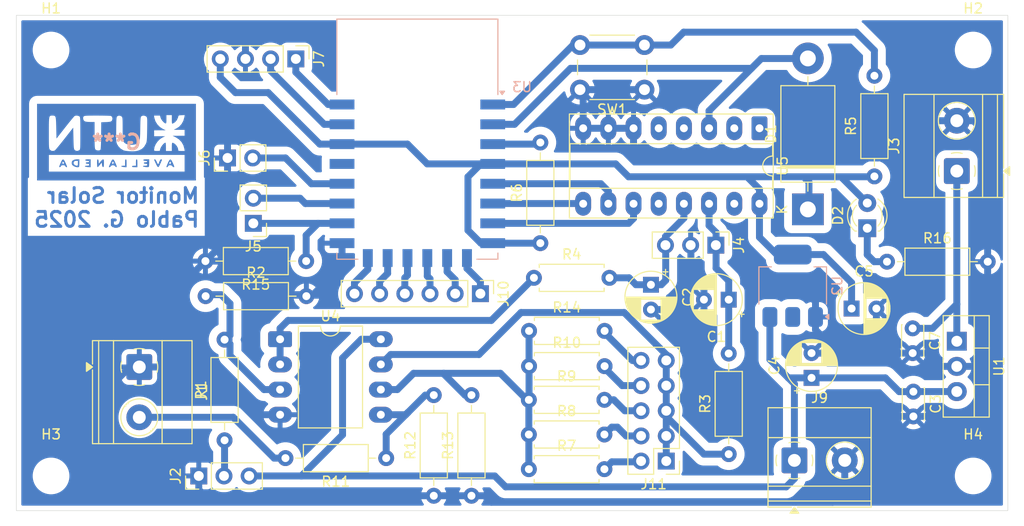
<source format=kicad_pcb>
(kicad_pcb (version 20241229) (generator "pcbnew") (generator_version "9.0")
  (layers (0 "F.Cu" signal) (2 "B.Cu" signal) (13 "F.Paste" user) (15 "B.Paste" user) (5 "F.SilkS" user "F.Silkscreen") (7 "B.SilkS" user "B.Silkscreen") (1 "F.Mask" user) (3 "B.Mask" user) (25 "Edge.Cuts" user))
  (net 0 "")
  (net 1 "Vamp2")
  (net 2 "GND")
  (net 3 "Vamp1")
  (net 4 "+5V")
  (net 5 "+3.3V")
  (net 6 "+BATT")
  (net 7 "ADC_IN")
  (net 8 "Vpanel")
  (net 9 "Vcurrent")
  (net 10 "GPIO2")
  (net 11 "GPIO15")
  (net 12 "Net-(J6-Pin_2)")
  (net 13 "RX")
  (net 14 "TX")
  (net 15 "Net-(U4A-+)")
  (net 16 "Net-(U4A--)")
  (net 17 "Net-(U3-~{RST})")
  (net 18 "Net-(U3-EN)")
  (net 19 "Vref_r1")
  (net 20 "Net-(U4B-+)")
  (net 21 "MUX_A")
  (net 22 "MUX_B")
  (net 24 "MUX_C")
  (net 31 "Net-(J11-Pin_1)")
  (net 32 "Net-(J11-Pin_10)")
  (net 33 "Net-(J11-Pin_8)")
  (net 34 "Net-(J11-Pin_4)")
  (net 35 "Net-(J11-Pin_2)")
  (net 36 "Net-(J11-Pin_6)")
  (net 37 "Net-(J10-Pin_3)")
  (net 38 "Net-(J10-Pin_6)")
  (net 39 "Net-(J10-Pin_5)")
  (net 40 "Net-(J10-Pin_4)")
  (net 41 "Net-(J10-Pin_2)")
  (net 42 "Net-(J10-Pin_1)")
  (net 43 "Net-(D2-K)")
  (footprint "Resistor_THT:R_Axial_DIN0207_L6.3mm_D2.5mm_P7.62mm_Horizontal" (layer "F.Cu") (at 71.708976 55.41678)
    (property "Reference" "R10")
    (property "Value" "920")
  )
  (footprint "Resistor_THT:R_Axial_DIN0207_L6.3mm_D2.5mm_P10.16mm_Horizontal" (layer "F.Cu") (at 39.09 48.35)
    (property "Reference" "R2")
    (property "Value" "33k")
  )
  (footprint "Resistor_THT:R_Axial_DIN0207_L6.3mm_D2.5mm_P7.62mm_Horizontal" (layer "F.Cu") (at 71.688976 58.81678)
    (property "Reference" "R9")
    (property "Value" "1.8k")
  )
  (footprint "Package_DIP:DIP-8_W10.16mm_LongPads" (layer "F.Cu") (at 46.6 52.7)
    (property "Reference" "U4")
    (property "Value" "LM358")
  )
  (footprint "MountingHole:MountingHole_3.2mm_M3" (layer "F.Cu") (at 23.5 66.5)
    (property "Reference" "H3")
    (property "Value" "MountingHole")
  )
  (footprint "Capacitor_THT:CP_Radial_D5.0mm_P2.50mm" (layer "F.Cu") (at 84 47.2 -90)
    (property "Reference" "C2")
    (property "Value" "1u")
  )
  (footprint "Resistor_THT:R_Axial_DIN0207_L6.3mm_D2.5mm_P7.62mm_Horizontal" (layer "F.Cu") (at 71.688976 62.31678)
    (property "Reference" "R8")
    (property "Value" "3.3k")
  )
  (footprint "Package_DIP:DIP-16_W7.62mm_Socket_LongPads" (layer "F.Cu") (at 94.947222 31.4 -90)
    (property "Reference" "U5")
    (property "Value" "4051")
  )
  (footprint "MountingHole:MountingHole_3.2mm_M3" (layer "F.Cu") (at 23.5 23.5)
    (property "Reference" "H1")
    (property "Value" "MountingHole")
  )
  (footprint "Resistor_THT:R_Axial_DIN0207_L6.3mm_D2.5mm_P10.16mm_Horizontal" (layer "F.Cu") (at 91.847222 64.3 90)
    (property "Reference" "R3")
    (property "Value" "4.7k")
  )
  (footprint "Connector_PinHeader_2.54mm:PinHeader_1x04_P2.54mm_Vertical" (layer "F.Cu") (at 48.187222 24.4 -90)
    (property "Reference" "J7")
    (property "Value" "PROGRAM")
  )
  (footprint "Resistor_THT:R_Axial_DIN0207_L6.3mm_D2.5mm_P10.16mm_Horizontal" (layer "F.Cu") (at 49.23 44.81 180)
    (property "Reference" "R15")
    (property "Value" "10k")
  )
  (footprint "Diode_THT:D_DO-201AD_P15.24mm_Horizontal" (layer "F.Cu") (at 99.83 39.59 90)
    (property "Reference" "D1")
    (property "Value" "1N5822")
  )
  (footprint "MountingHole:MountingHole_3.2mm_M3" (layer "F.Cu") (at 116.5 23.5)
    (property "Reference" "H2")
    (property "Value" "MountingHole")
  )
  (footprint "Connector_PinHeader_2.54mm:PinHeader_1x02_P2.54mm_Vertical" (layer "F.Cu") (at 43.9 41 180)
    (property "Reference" "J5")
    (property "Value" "JUMPER_PROG")
  )
  (footprint "Resistor_THT:R_Axial_DIN0207_L6.3mm_D2.5mm_P10.16mm_Horizontal" (layer "F.Cu") (at 72.847222 43 90)
    (property "Reference" "R6")
    (property "Value" "10k")
  )
  (footprint "Resistor_THT:R_Axial_DIN0207_L6.3mm_D2.5mm_P10.16mm_Horizontal" (layer "F.Cu") (at 107.81 44.87)
    (property "Reference" "R16")
    (property "Value" "470")
  )
  (footprint "Resistor_THT:R_Axial_DIN0207_L6.3mm_D2.5mm_P7.62mm_Horizontal" (layer "F.Cu") (at 71.708976 51.85678)
    (property "Reference" "R14")
    (property "Value" "100")
  )
  (footprint "Capacitor_THT:CP_Radial_D5.0mm_P2.50mm" (layer "F.Cu") (at 100.2 56.6 90)
    (property "Reference" "C4")
    (property "Value" "10u")
  )
  (footprint "Resistor_THT:R_Axial_DIN0207_L6.3mm_D2.5mm_P10.16mm_Horizontal" (layer "F.Cu") (at 62.1 68.5 90)
    (property "Reference" "R12")
    (property "Value" "2.2k")
  )
  (footprint "Package_TO_SOT_THT:TO-220-3_Vertical" (layer "F.Cu") (at 114.85 52.9 -90)
    (property "Reference" "U1")
    (property "Value" "LM7805_TO220")
  )
  (footprint "Connector_PinHeader_2.54mm:PinHeader_1x06_P2.54mm_Vertical" (layer "F.Cu") (at 66.8 48.1 -90)
    (property "Reference" "J10")
    (property "Value" "GPIO")
  )
  (footprint "Connector_PinHeader_2.54mm:PinHeader_1x03_P2.54mm_Vertical" (layer "F.Cu") (at 90.547222 43.2 -90)
    (property "Reference" "J4")
    (property "Value" "AMP_OUT")
  )
  (footprint "Resistor_THT:R_Axial_DIN0207_L6.3mm_D2.5mm_P10.16mm_Horizontal" (layer "F.Cu") (at 57.3 64.7 180)
    (property "Reference" "R11")
    (property "Value" "100k")
  )
  (footprint "TerminalBlock_Phoenix:TerminalBlock_Phoenix_MKDS-1,5-2-5.08_1x02_P5.08mm_Horizontal" (layer "F.Cu") (at 114.85 35.72 90)
    (property "Reference" "J3")
    (property "Value" "Battery")
  )
  (footprint "Capacitor_THT:CP_Radial_D5.0mm_P2.50mm" (layer "F.Cu") (at 104.24 49.6)
    (property "Reference" "C5")
    (property "Value" "10u")
  )
  (footprint "LED_THT:LED_D3.0mm" (layer "F.Cu") (at 105.82 41.49 90)
    (property "Reference" "D2")
    (property "Value" "LED G")
  )
  (footprint "Capacitor_THT:C_Disc_D3.0mm_W2.0mm_P2.50mm" (layer "F.Cu") (at 110.47 57.99 -90)
    (property "Reference" "C3")
    (property "Value" "0.1uF")
  )
  (footprint "Capacitor_THT:C_Disc_D3.0mm_W2.0mm_P2.50mm" (layer "F.Cu") (at 110.4 51.6 -90)
    (property "Reference" "C7")
    (property "Value" "0.1uF")
  )
  (footprint "Connector_PinHeader_2.54mm:PinHeader_2x05_P2.54mm_Vertical" (layer "F.Cu") (at 85.547222 65 180)
    (property "Reference" "J11")
    (property "Value" "Jumper")
  )
  (footprint "Connector_PinHeader_2.54mm:PinHeader_1x02_P2.54mm_Vertical" (layer "F.Cu") (at 41.3 34.4 90)
    (property "Reference" "J6")
    (property "Value" "JUMPER_PROG")
  )
  (footprint "Button_Switch_THT:SW_PUSH_6mm" (layer "F.Cu") (at 83.347222 27.5 180)
    (property "Reference" "SW1")
    (property "Value" "SW_Push")
  )
  (footprint "Resistor_THT:R_Axial_DIN0207_L6.3mm_D2.5mm_P7.62mm_Horizontal" (layer "F.Cu") (at 72.2 46.5)
    (property "Reference" "R4")
    (property "Value" "4.7k")
  )
  (footprint "Resistor_THT:R_Axial_DIN0207_L6.3mm_D2.5mm_P10.16mm_Horizontal" (layer "F.Cu") (at 41 62.9 90)
    (property "Reference" "R1")
    (property "Value" "22k")
  )
  (footprint "Resistor_THT:R_Axial_DIN0207_L6.3mm_D2.5mm_P10.16mm_Horizontal" (layer "F.Cu") (at 106.54 36.26 90)
    (property "Reference" "R5")
    (property "Value" "10k")
  )
  (footprint "TerminalBlock_Phoenix:TerminalBlock_Phoenix_MKDS-1,5-2-5.08_1x02_P5.08mm_Horizontal" (layer "F.Cu") (at 98.47 64.93)
    (property "Reference" "J9")
    (property "Value" "Reg 5V")
  )
  (footprint "TerminalBlock_Phoenix:TerminalBlock_Phoenix_MKDS-1,5-2-5.08_1x02_P5.08mm_Horizontal" (layer "F.Cu") (at 32.4 55.5 -90)
    (property "Reference" "J1")
    (property "Value" "Panel")
  )
  (footprint "MountingHole:MountingHole_3.2mm_M3" (layer "F.Cu") (at 116.5 66.5)
    (property "Reference" "H4")
    (property "Value" "MountingHole")
  )
  (footprint "Connector_PinHeader_2.54mm:PinHeader_1x03_P2.54mm_Vertical" (layer "F.Cu") (at 38.4 66.5 90)
    (property "Reference" "J2")
    (property "Value" "ACS712")
  )
  (footprint "Resistor_THT:R_Axial_DIN0207_L6.3mm_D2.5mm_P10.16mm_Horizontal" (layer "F.Cu") (at 65.9 68.5 90)
    (property "Reference" "R13")
    (property "Value" "1.5k")
  )
  (footprint "Capacitor_THT:CP_Radial_D5.0mm_P2.50mm" (layer "F.Cu") (at 91.847222 48.7 180)
    (property "Reference" "C1")
    (property "Value" "1u")
  )
  (footprint "Resistor_THT:R_Axial_DIN0207_L6.3mm_D2.5mm_P7.62mm_Horizontal" (layer "F.Cu") (at 71.688976 65.81678)
    (property "Reference" "R7")
    (property "Value" "8.2k")
  )
  (footprint "RF_Module:ESP-12E" (layer "B.Cu") (at 60.447222 32.5 180)
    (property "Reference" "U3")
    (property "Value" "ESP-12F")
  )
  (footprint "Package_TO_SOT_SMD:SOT-223-3_TabPin2" (layer "B.Cu") (at 98.3 47.3 90)
    (property "Reference" "U2")
    (property "Value" "AMS1117-3.3")
  )
  (footprint "LOGO" (layer "B.Cu") (at 30.1 32.8 180)
    (property "Reference" "G***")
    (property "Value" "LOGO" (hide yes))
  )
  (gr_rect (start 20 20) (end 120 70) (stroke (width 0.05)) (fill no) (layer "Edge.Cuts"))
  (gr_text "Monitor Solar\nPablo G. 2025\n" (at 38.6 41.5 0) (layer "B.Cu") (effects (font (size 1.5 1.5) (thickness 0.3) (bold yes)) (justify left bottom mirror)))
  (segment (start 89.867222 41.22) (end 89.867222 39.02) (width 0.7) (layer "B.Cu") (net 1))
  (segment (start 90.572222 43.225) (end 90.547222 43.2) (width 0.7) (layer "B.Cu") (net 1))
  (segment (start 90.572222 45.525) (end 90.572222 43.225) (width 0.7) (layer "B.Cu") (net 1))
  (segment (start 91.847222 48.7) (end 91.847222 46.8) (width 0.7) (layer "B.Cu") (net 1))
  (segment (start 90.572222 41.925) (end 89.867222 41.22) (width 0.7) (layer "B.Cu") (net 1))
  (segment (start 90.572222 43.175) (end 90.572222 41.925) (width 0.7) (layer "B.Cu") (net 1))
  (segment (start 90.547222 43.2) (end 90.572222 43.175) (width 0.7) (layer "B.Cu") (net 1))
  (segment (start 91.847222 46.8) (end 90.572222 45.525) (width 0.7) (layer "B.Cu") (net 1))
  (segment (start 91.847222 54.14) (end 91.847222 48.7) (width 0.7) (layer "B.Cu") (net 1))
  (segment (start 117.96 56.8) (end 117.96 44.2) (width 0.7) (layer "B.Cu") (net 2))
  (segment (start 100.6 51.75) (end 100.6 50.45) (width 0.7) (layer "B.Cu") (net 2))
  (segment (start 36.7 47.18) (end 39.07 44.81) (width 0.7) (layer "B.Cu") (net 2))
  (segment (start 93.447222 56.9) (end 90.247222 56.9) (width 0.7) (layer "B.Cu") (net 2))
  (segment (start 114.85 55.44) (end 116.6 55.44) (width 0.7) (layer "B.Cu") (net 2))
  (segment (start 49.63 48.2) (end 49.93 48.2) (width 0.7) (layer "B.Cu") (net 2))
  (segment (start 106.7 54.1) (end 103.9 54.1) (width 0.7) (layer "B.Cu") (net 2))
  (segment (start 110.4 54.1) (end 111.9 54.1) (width 0.7) (layer "B.Cu") (net 2))
  (segment (start 65.9 68.5) (end 62.1 68.5) (width 0.7) (layer "B.Cu") (net 2))
  (segment (start 88.032222 43.225) (end 88.007222 43.2) (width 0.7) (layer "B.Cu") (net 2))
  (segment (start 82.247222 33.2) (end 83.447222 34.4) (width 0.7) (layer "B.Cu") (net 2))
  (segment (start 117.96 32.07) (end 116.53 30.64) (width 0.7) (layer "B.Cu") (net 2))
  (segment (start 99.8 48.1) (end 94.947222 48.1) (width 0.7) (layer "B.Cu") (net 2))
  (segment (start 38.747222 21.5) (end 42.447222 21.5) (width 0.7) (layer "B.Cu") (net 2))
  (segment (start 90.247222 56.9) (end 89.347222 56) (width 0.7) (layer "B.Cu") (net 2))
  (segment (start 83.447222 34.4) (end 106.91 34.4) (width 0.7) (layer "B.Cu") (net 2))
  (segment (start 37.847222 26.247222) (end 37.847222 22.4) (width 0.7) (layer "B.Cu") (net 2))
  (segment (start 106.74 49.6) (end 106.74 51.96) (width 0.7) (layer "B.Cu") (net 2))
  (segment (start 43.107222 22.16) (end 43.107222 24.4) (width 0.7) (layer "B.Cu") (net 2))
  (segment (start 117.96 59.14) (end 117.96 56.8) (width 0.7) (layer "B.Cu") (net 2))
  (segment (start 89.347222 53.1) (end 85.947222 49.7) (width 0.7) (layer "B.Cu") (net 2))
  (segment (start 103.9 54.1) (end 100.2 54.1) (width 0.7) (layer "B.Cu") (net 2))
  (segment (start 107.41 61.53) (end 108.45 60.49) (width 0.7) (layer "B.Cu") (net 2))
  (segment (start 94.147222 48.9) (end 94.147222 56.2) (width 0.7) (layer "B.Cu") (net 2))
  (segment (start 31.447222 55.5) (end 29.847222 57.1) (width 0.7) (layer "B.Cu") (net 2))
  (segment (start 108.88 54.1) (end 110.4 54.1) (width 0.7) (layer "B.Cu") (net 2))
  (segment (start 29.847222 64.8) (end 29.847222 57.1) (width 0.7) (layer "B.Cu") (net 2))
  (segment (start 103.9 54.1) (end 102.95 54.1) (width 0.7) (layer "B.Cu") (net 2))
  (segment (start 41.3 29.7) (end 37.847222 26.247222) (width 0.7) (layer "B.Cu") (net 2))
  (segment (start 39.07 44.81) (end 41.3 42.58) (width 0.7) (layer "B.Cu") (net 2))
  (segment (start 46.6 48.2) (end 48.91 48.2) (width 0.7) (layer "B.Cu") (net 2))
  (segment (start 52.847222 45.282778) (end 52.847222 43) (width 0.7) (layer "B.Cu") (net 2))
  (segment (start 108.45 60.49) (end 110.47 60.49) (width 0.7) (layer "B.Cu") (net 2))
  (segment (start 106.74 51.96) (end 108.88 54.1) (width 0.7) (layer "B.Cu") (net 2))
  (segment (start 110.47 60.49) (end 116.61 60.49) (width 0.7) (layer "B.Cu") (net 2))
  (segment (start 38.4 67.9) (end 38.4 66.5) (width 0.7) (layer "B.Cu") (net 2))
  (segment (start 62.1 68.5) (end 39 68.5) (width 0.7) (layer "B.Cu") (net 2))
  (segment (start 82.247222 31.4) (end 82.247222 33.2) (width 0.7) (layer "B.Cu") (net 2))
  (segment (start 42.447222 21.5) (end 43.107222 22.16) (width 0.7) (layer "B.Cu") (net 2))
  (segment (start 77.167222 27.82) (end 76.847222 27.5) (width 0.7) (layer "B.Cu") (net 2))
  (segment (start 39.8 55.5) (end 44.62 60.32) (width 0.7) (layer "B.Cu") (net 2))
  (segment (start 39.07 44.81) (end 43.21 44.81) (width 0.7) (layer "B.Cu") (net 2))
  (segment (start 67.896222 69.149) (end 102.331 69.149) (width 0.7) (layer "B.Cu") (net 2))
  (segment (start 111.9 54.1) (end 113.24 55.44) (width 0.7) (layer "B.Cu") (net 2))
  (segment (start 49.93 48.2) (end 52.847222 45.282778) (width 0.7) (layer "B.Cu") (net 2))
  (segment (start 116.6 55.44) (end 117.96 56.8) (width 0.7) (layer "B.Cu") (net 2))
  (segment (start 43.21 44.81) (end 46.6 48.2) (width 0.7) (layer "B.Cu") (net 2))
  (segment (start 100.6 48.9) (end 99.8 48.1) (width 0.7) (layer "B.Cu") (net 2))
  (segment (start 103.55 67.93) (end 107.41 64.07) (width 0.7) (layer "B.Cu") (net 2))
  (segment (start 77.167222 31.4) (end 77.167222 27.82) (width 0.7) (layer "B.Cu") (net 2))
  (segment (start 44.62 60.32) (end 46.6 60.32) (width 0.7) (layer "B.Cu") (net 2))
  (segment (start 94.147222 56.2) (end 93.447222 56.9) (width 0.7) (layer "B.Cu") (net 2))
  (segment (start 76.847222 27.5) (end 83.347222 27.5) (width 0.7) (layer "B.Cu") (net 2))
  (segment (start 103.55 67.93) (end 103.55 64.93) (width 0.7) (layer "B.Cu") (net 2))
  (segment (start 49.06 48.35) (end 49.25 48.35) (width 0.7) (layer "B.Cu") (net 2))
  (segment (start 41.3 34.4) (end 41.3 29.7) (width 0.7) (layer "B.Cu") (net 2))
  (segment (start 39 68.5) (end 33.547222 68.5) (width 0.7) (layer "B.Cu") (net 2))
  (segment (start 65.9 68.5) (end 67.247222 68.5) (width 0.7) (layer "B.Cu") (net 2))
  (segment (start 49.48 48.35) (end 49.63 48.2) (width 0.7) (layer "B.Cu") (net 2))
  (segment (start 107.41 64.07) (end 107.41 61.53) (width 0.7) (layer "B.Cu") (net 2))
  (segment (start 39 68.5) (end 38.4 67.9) (width 0.7) (layer "B.Cu") (net 2))
  (segment (start 102.95 54.1) (end 100.6 51.75) (width 0.7) (layer "B.Cu") (net 2))
  (segment (start 33.547222 68.5) (end 29.847222 64.8) (width 0.7) (layer "B.Cu") (net 2))
  (segment (start 117.96 44.2) (end 117.96 32.07) (width 0.7) (layer "B.Cu") (net 2))
  (segment (start 48.91 48.2) (end 49.06 48.35) (width 0.7) (layer "B.Cu") (net 2))
  (segment (start 36.7 55) (end 36.7 47.18) (width 0.7) (layer "B.Cu") (net 2))
  (segment (start 85.947222 49.7) (end 84 49.7) (width 0.7) (layer "B.Cu") (net 2))
  (segment (start 116.61 60.49) (end 117.96 59.14) (width 0.7) (layer "B.Cu") (net 2))
  (segment (start 88.032222 45.285) (end 88.032222 43.225) (width 0.7) (layer "B.Cu") (net 2))
  (segment (start 116.53 30.64) (end 114.85 30.64) (width 0.7) (layer "B.Cu") (net 2))
  (segment (start 89.347222 46.6) (end 88.032222 45.285) (width 0.7) (layer "B.Cu") (net 2))
  (segment (start 94.947222 48.1) (end 94.147222 48.9) (width 0.7) (layer "B.Cu") (net 2))
  (segment (start 102.331 69.149) (end 103.55 67.93) (width 0.7) (layer "B.Cu") (net 2))
  (segment (start 89.347222 48.7) (end 89.347222 46.6) (width 0.7) (layer "B.Cu") (net 2))
  (segment (start 110.67 30.64) (end 114.85 30.64) (width 0.7) (layer "B.Cu") (net 2))
  (segment (start 79.707222 31.4) (end 77.167222 31.4) (width 0.7) (layer "B.Cu") (net 2))
  (segment (start 89.347222 56) (end 89.347222 48.7) (width 0.7) (layer "B.Cu") (net 2))
  (segment (start 32.4 55.5) (end 39.8 55.5) (width 0.7) (layer "B.Cu") (net 2))
  (segment (start 106.7 54.1) (end 108.88 54.1) (width 0.7) (layer "B.Cu") (net 2))
  (segment (start 67.247222 68.5) (end 67.896222 69.149) (width 0.7) (layer "B.Cu") (net 2))
  (segment (start 41.3 42.58) (end 41.3 34.4) (width 0.7) (layer "B.Cu") (net 2))
  (segment (start 113.24 55.44) (end 114.85 55.44) (width 0.7) (layer "B.Cu") (net 2))
  (segment (start 100.6 50.45) (end 100.6 48.9) (width 0.7) (layer "B.Cu") (net 2))
  (segment (start 106.91 34.4) (end 110.67 30.64) (width 0.7) (layer "B.Cu") (net 2))
  (segment (start 49.25 48.35) (end 49.48 48.35) (width 0.7) (layer "B.Cu") (net 2))
  (segment (start 32.4 55.5) (end 31.447222 55.5) (width 0.7) (layer "B.Cu") (net 2))
  (segment (start 37.847222 22.4) (end 38.747222 21.5) (width 0.7) (layer "B.Cu") (net 2))
  (segment (start 82.247222 31.4) (end 79.707222 31.4) (width 0.7) (layer "B.Cu") (net 2))
  (segment (start 79.82 46.5) (end 81.8 46.5) (width 0.7) (layer "B.Cu") (net 3))
  (segment (start 85.492222 43.225) (end 85.467222 43.2) (width 0.7) (layer "B.Cu") (net 3))
  (segment (start 85.04211 47.2) (end 85.492222 46.749888) (width 0.7) (layer "B.Cu") (net 3))
  (segment (start 82.5 47.2) (end 84 47.2) (width 0.7) (layer "B.Cu") (net 3))
  (segment (start 85.492222 46.749888) (end 85.492222 43.225) (width 0.7) (layer "B.Cu") (net 3))
  (segment (start 81.8 46.5) (end 82.5 47.2) (width 0.7) (layer "B.Cu") (net 3))
  (segment (start 85.467222 42.332778) (end 87.327222 40.472778) (width 0.7) (layer "B.Cu") (net 3))
  (segment (start 85.467222 43.2) (end 85.467222 42.332778) (width 0.7) (layer "B.Cu") (net 3))
  (segment (start 87.327222 40.472778) (end 87.327222 39.02) (width 0.7) (layer "B.Cu") (net 3))
  (segment (start 84 47.2) (end 85.04211 47.2) (width 0.7) (layer "B.Cu") (net 3))
  (segment (start 98.47 64.93) (end 98.47 66.777222) (width 0.7) (layer "B.Cu") (net 4))
  (segment (start 69.346223 67.599001) (end 68.247222 66.5) (width 0.7) (layer "B.Cu") (net 4))
  (segment (start 96 54.74) (end 97.86 56.6) (width 0.7) (layer "B.Cu") (net 4))
  (segment (start 107.65 56.6) (end 100.2 56.6) (width 0.7) (layer "B.Cu") (net 4))
  (segment (start 56.76 52.7) (end 54.8 52.7) (width 0.7) (layer "B.Cu") (net 4))
  (segment (start 98.47 64.93) (end 98.47 57.21) (width 0.7) (layer "B.Cu") (net 4))
  (segment (start 48.747222 66.5) (end 43.48 66.5) (width 0.7) (layer "B.Cu") (net 4))
  (segment (start 98.47 57.21) (end 97.86 56.6) (width 0.7) (layer "B.Cu") (net 4))
  (segment (start 97.648221 67.599001) (end 69.346223 67.599001) (width 0.7) (layer "B.Cu") (net 4))
  (segment (start 54.8 52.7) (end 52.9 54.6) (width 0.7) (layer "B.Cu") (net 4))
  (segment (start 111.08 57.98) (end 114.85 57.98) (width 0.7) (layer "B.Cu") (net 4))
  (segment (start 52.9 62.347222) (end 48.747222 66.5) (width 0.7) (layer "B.Cu") (net 4))
  (segment (start 52.9 54.6) (end 52.9 62.347222) (width 0.7) (layer "B.Cu") (net 4))
  (segment (start 111.07 57.99) (end 111.08 57.98) (width 0.7) (layer "B.Cu") (net 4))
  (segment (start 97.86 56.6) (end 100.2 56.6) (width 0.7) (layer "B.Cu") (net 4))
  (segment (start 110.47 57.99) (end 111.07 57.99) (width 0.7) (layer "B.Cu") (net 4))
  (segment (start 109.04 57.99) (end 107.65 56.6) (width 0.7) (layer "B.Cu") (net 4))
  (segment (start 68.247222 66.5) (end 48.747222 66.5) (width 0.7) (layer "B.Cu") (net 4))
  (segment (start 98.47 66.777222) (end 97.648221 67.599001) (width 0.7) (layer "B.Cu") (net 4))
  (segment (start 110.47 57.99) (end 109.04 57.99) (width 0.7) (layer "B.Cu") (net 4))
  (segment (start 96 50.45) (end 96 54.74) (width 0.7) (layer "B.Cu") (net 4))
  (segment (start 94.947222 42.4) (end 94.947222 39.02) (width 0.7) (layer "B.Cu") (net 5))
  (segment (start 96.797222 44.25) (end 94.947222 42.4) (width 0.7) (layer "B.Cu") (net 5))
  (segment (start 101.4 44.15) (end 104.24 46.99) (width 0.7) (layer "B.Cu") (net 5))
  (segment (start 40.567222 26.267222) (end 40.567222 24.4) (width 0.7) (layer "B.Cu") (net 5))
  (segment (start 66.847222 43) (end 68.047222 43) (width 0.7) (layer "B.Cu") (net 5))
  (segment (start 104.24 46.99) (end 104.24 49.6) (width 0.7) (layer "B.Cu") (net 5))
  (segment (start 99.94 39.48) (end 99.94 36.84) (width 0.7) (layer "B.Cu") (net 5))
  (segment (start 45.4 27.8) (end 42.1 27.8) (width 0.7) (layer "B.Cu") (net 5))
  (segment (start 80.447222 35) (end 68.047222 35) (width 0.7) (layer "B.Cu") (net 5))
  (segment (start 99.83 39.59) (end 99.94 39.48) (width 0.7) (layer "B.Cu") (net 5))
  (segment (start 59.447222 33) (end 52.847222 33) (width 0.7) (layer "B.Cu") (net 5))
  (segment (start 81.747222 36.3) (end 80.447222 35) (width 0.7) (layer "B.Cu") (net 5))
  (segment (start 102.6 36.3) (end 99.4 36.3) (width 0.7) (layer "B.Cu") (net 5))
  (segment (start 106.5 36.3) (end 102.6 36.3) (width 0.7) (layer "B.Cu") (net 5))
  (segment (start 98.2 44.25) (end 96.797222 44.25) (width 0.7) (layer "B.Cu") (net 5))
  (segment (start 48.4 30.8) (end 45.4 27.8) (width 0.7) (layer "B.Cu") (net 5))
  (segment (start 94.947222 37.547222) (end 93.7 36.3) (width 0.7) (layer "B.Cu") (net 5))
  (segment (start 65.547222 41.7) (end 66.847222 43) (width 0.7) (layer "B.Cu") (net 5))
  (segment (start 98.3 44.15) (end 98.2 44.25) (width 0.7) (layer "B.Cu") (net 5))
  (segment (start 65.547222 36.3) (end 65.547222 41.7) (width 0.7) (layer "B.Cu") (net 5))
  (segment (start 52.847222 33) (end 50.6 33) (width 0.7) (layer "B.Cu") (net 5))
  (segment (start 68.047222 35) (end 66.847222 35) (width 0.7) (layer "B.Cu") (net 5))
  (segment (start 99.4 36.3) (end 93.7 36.3) (width 0.7) (layer "B.Cu") (net 5))
  (segment (start 105.82 38.95) (end 103.17 36.3) (width 0.7) (layer "B.Cu") (net 5))
  (segment (start 99.94 36.84) (end 99.4 36.3) (width 0.7) (layer "B.Cu") (net 5))
  (segment (start 72.847222 43) (end 68.047222 43) (width 0.7) (layer "B.Cu") (net 5))
  (segment (start 61.447222 35) (end 59.447222 33) (width 0.7) (layer "B.Cu") (net 5))
  (segment (start 103.17 36.3) (end 102.6 36.3) (width 0.7) (layer "B.Cu") (net 5))
  (segment (start 42.1 27.8) (end 40.567222 26.267222) (width 0.7) (layer "B.Cu") (net 5))
  (segment (start 50.6 33) (end 48.4 30.8) (width 0.7) (layer "B.Cu") (net 5))
  (segment (start 93.7 36.3) (end 81.747222 36.3) (width 0.7) (layer "B.Cu") (net 5))
  (segment (start 68.047222 35) (end 61.447222 35) (width 0.7) (layer "B.Cu") (net 5))
  (segment (start 66.847222 35) (end 65.547222 36.3) (width 0.7) (layer "B.Cu") (net 5))
  (segment (start 106.54 36.26) (end 106.5 36.3) (width 0.7) (layer "B.Cu") (net 5))
  (segment (start 98.3 44.15) (end 101.4 44.15) (width 0.7) (layer "B.Cu") (net 5))
  (segment (start 94.947222 39.02) (end 94.947222 37.547222) (width 0.7) (layer "B.Cu") (net 5))
  (segment (start 110.4 51.6) (end 112.41 51.6) (width 0.7) (layer "B.Cu") (net 6))
  (segment (start 114.85 35.72) (end 114.68 35.89) (width 0.7) (layer "B.Cu") (net 6))
  (segment (start 114.85 49.16) (end 114.85 52.9) (width 0.7) (layer "B.Cu") (net 6))
  (segment (start 112.41 51.6) (end 114.85 49.16) (width 0.7) (layer "B.Cu") (net 6))
  (segment (start 114.85 35.72) (end 114.85 49.16) (width 0.7) (layer "B.Cu") (net 6))
  (segment (start 99.83 24.35) (end 99.44 24.35) (width 0.7) (layer "B.Cu") (net 7))
  (segment (start 99.44 24.35) (end 99.43 24.36) (width 0.7) (layer "B.Cu") (net 7))
  (segment (start 75.897222 25.35) (end 70.247222 31) (width 0.7) (layer "B.Cu") (net 7))
  (segment (start 89.867222 29.632778) (end 89.867222 31.4) (width 0.7) (layer "B.Cu") (net 7))
  (segment (start 94.15 25.35) (end 75.897222 25.35) (width 0.7) (layer "B.Cu") (net 7))
  (segment (start 95.14 24.36) (end 89.867222 29.632778) (width 0.7) (layer "B.Cu") (net 7))
  (segment (start 70.247222 31) (end 68.047222 31) (width 0.7) (layer "B.Cu") (net 7))
  (segment (start 99.43 24.36) (end 95.14 24.36) (width 0.7) (layer "B.Cu") (net 7))
  (segment (start 47.14 64.7) (end 46 64.7) (width 0.7) (layer "B.Cu") (net 8))
  (segment (start 46 64.7) (end 41.88 60.58) (width 0.7) (layer "B.Cu") (net 8))
  (segment (start 41.88 60.58) (end 32.4 60.58) (width 0.7) (layer "B.Cu") (net 8))
  (segment (start 40.94 66.5) (end 41 66.44) (width 0.7) (layer "B.Cu") (net 9))
  (segment (start 41 66.44) (end 41 62.9) (width 0.7) (layer "B.Cu") (net 9))
  (segment (start 48.607222 38.46) (end 43.9 38.46) (width 0.7) (layer "B.Cu") (net 10))
  (segment (start 52.847222 39) (end 49.147222 39) (width 0.7) (layer "B.Cu") (net 10))
  (segment (start 49.147222 39) (end 48.607222 38.46) (width 0.7) (layer "B.Cu") (net 10))
  (segment (start 49.23 42.2) (end 49.23 44.81) (width 0.7) (layer "B.Cu") (net 11))
  (segment (start 43.9 41) (end 50.43 41) (width 0.7) (layer "B.Cu") (net 11))
  (segment (start 50.43 41) (end 52.847222 41) (width 0.7) (layer "B.Cu") (net 11))
  (segment (start 50.43 41) (end 49.23 42.2) (width 0.7) (layer "B.Cu") (net 11))
  (segment (start 52.847222 37) (end 49.75 37) (width 0.7) (layer "B.Cu") (net 12))
  (segment (start 47.15 34.4) (end 43.84 34.4) (width 0.7) (layer "B.Cu") (net 12))
  (segment (start 49.75 37) (end 47.15 34.4) (width 0.7) (layer "B.Cu") (net 12))
  (segment (start 45.647222 25.6) (end 45.647222 24.4) (width 0.7) (layer "B.Cu") (net 13))
  (segment (start 51.047222 31) (end 45.647222 25.6) (width 0.7) (layer "B.Cu") (net 13))
  (segment (start 52.847222 31) (end 51.047222 31) (width 0.7) (layer "B.Cu") (net 13))
  (segment (start 51.447222 29) (end 48.187222 25.74) (width 0.7) (layer "B.Cu") (net 14))
  (segment (start 52.847222 29) (end 51.447222 29) (width 0.7) (layer "B.Cu") (net 14))
  (segment (start 48.187222 25.74) (end 48.187222 24.4) (width 0.7) (layer "B.Cu") (net 14))
  (segment (start 39.32 48.35) (end 39.47 48.2) (width 0.7) (layer "B.Cu") (net 15))
  (segment (start 39.09 48.35) (end 39.32 48.35) (width 0.7) (layer "B.Cu") (net 15))
  (segment (start 39.47 48.2) (end 40.647222 48.2) (width 0.7) (layer "B.Cu") (net 15))
  (segment (start 41.547222 53.187222) (end 41.547222 54.347222) (width 0.7) (layer "B.Cu") (net 15))
  (segment (start 44.98 57.78) (end 46.6 57.78) (width 0.7) (layer "B.Cu") (net 15))
  (segment (start 41.547222 54.347222) (end 44.98 57.78) (width 0.7) (layer "B.Cu") (net 15))
  (segment (start 41.547222 49.1) (end 41.547222 52.292778) (width 0.7) (layer "B.Cu") (net 15))
  (segment (start 41.1 52.74) (end 41 52.74) (width 0.7) (layer "B.Cu") (net 15))
  (segment (start 41.547222 52.292778) (end 41.1 52.74) (width 0.7) (layer "B.Cu") (net 15))
  (segment (start 41.1 52.74) (end 41.547222 53.187222) (width 0.7) (layer "B.Cu") (net 15))
  (segment (start 40.647222 48.2) (end 41.547222 49.1) (width 0.7) (layer "B.Cu") (net 15))
  (segment (start 72.2 46.5) (end 67.9 50.8) (width 0.7) (layer "B.Cu") (net 16))
  (segment (start 46.6 51.6) (end 46.6 52.7) (width 0.7) (layer "B.Cu") (net 16))
  (segment (start 47.4 50.8) (end 46.6 51.6) (width 0.7) (layer "B.Cu") (net 16))
  (segment (start 67.9 50.8) (end 47.4 50.8) (width 0.7) (layer "B.Cu") (net 16))
  (segment (start 46.6 52.7) (end 46.6 55.24) (width 0.7) (layer "B.Cu") (net 16))
  (segment (start 70.147222 29) (end 68.047222 29) (width 0.7) (layer "B.Cu") (net 17))
  (segment (start 76.847222 23) (end 76.147222 23) (width 0.7) (layer "B.Cu") (net 17))
  (segment (start 104.69 21.7) (end 87.3 21.7) (width 0.7) (layer "B.Cu") (net 17))
  (segment (start 76.847222 23) (end 83.347222 23) (width 0.7) (layer "B.Cu") (net 17))
  (segment (start 87.3 21.7) (end 86 23) (width 0.7) (layer "B.Cu") (net 17))
  (segment (start 76.147222 23) (end 70.147222 29) (width 0.7) (layer "B.Cu") (net 17))
  (segment (start 106.54 26.1) (end 106.54 23.55) (width 0.7) (layer "B.Cu") (net 17))
  (segment (start 86 23) (end 83.347222 23) (width 0.7) (layer "B.Cu") (net 17))
  (segment (start 106.54 23.55) (end 104.69 21.7) (width 0.7) (layer "B.Cu") (net 17))
  (segment (start 68.047222 33) (end 72.687222 33) (width 0.7) (layer "B.Cu") (net 18))
  (segment (start 72.687222 33) (end 72.847222 32.84) (width 0.7) (layer "B.Cu") (net 18))
  (segment (start 71.501156 58.81678) (end 68.824376 56.14) (width 0.7) (layer "B.Cu") (net 19))
  (segment (start 68.824376 56.14) (end 63.1 56.14) (width 0.7) (layer "B.Cu") (net 19))
  (segment (start 63.1 56.14) (end 63.1 56.192778) (width 0.7) (layer "B.Cu") (net 19))
  (segment (start 71.708976 55.41678) (end 71.708976 51.85678) (width 0.7) (layer "B.Cu") (net 19))
  (segment (start 63.1 56.192778) (end 65.247222 58.34) (width 0.7) (layer "B.Cu") (net 19))
  (segment (start 71.708976 55.41678) (end 71.708976 58.79678) (width 0.7) (layer "B.Cu") (net 19))
  (segment (start 71.688976 58.81678) (end 71.501156 58.81678) (width 0.7) (layer "B.Cu") (net 19))
  (segment (start 71.688976 65.81678) (end 71.688976 62.31678) (width 0.7) (layer "B.Cu") (net 19))
  (segment (start 71.688976 58.81678) (end 71.688976 62.31678) (width 0.7) (layer "B.Cu") (net 19))
  (segment (start 63.1 56.14) (end 60.06 56.14) (width 0.7) (layer "B.Cu") (net 19))
  (segment (start 65.247222 58.34) (end 65.9 58.34) (width 0.7) (layer "B.Cu") (net 19))
  (segment (start 58.42 57.78) (end 56.76 57.78) (width 0.7) (layer "B.Cu") (net 19))
  (segment (start 60.06 56.14) (end 58.42 57.78) (width 0.7) (layer "B.Cu") (net 19))
  (segment (start 71.708976 58.79678) (end 71.688976 58.81678) (width 0.7) (layer "B.Cu") (net 19))
  (segment (start 59.493611 60.093611) (end 57.3 62.287222) (width 0.7) (layer "B.Cu") (net 20))
  (segment (start 57.3 62.287222) (end 57.3 64.7) (width 0.7) (layer "B.Cu") (net 20))
  (segment (start 56.76 60.32) (end 59.267222 60.32) (width 0.7) (layer "B.Cu") (net 20))
  (segment (start 61.247222 58.34) (end 62.1 58.34) (width 0.7) (layer "B.Cu") (net 20))
  (segment (start 59.493611 60.093611) (end 61.247222 58.34) (width 0.7) (layer "B.Cu") (net 20))
  (segment (start 59.267222 60.32) (end 59.493611 60.093611) (width 0.7) (layer "B.Cu") (net 20))
  (segment (start 68.047222 41) (end 81.747222 41) (width 0.7) (layer "B.Cu") (net 21))
  (segment (start 81.747222 41) (end 82.247222 40.5) (width 0.7) (layer "B.Cu") (net 21))
  (segment (start 82.247222 40.5) (end 82.247222 39.02) (width 0.7) (layer "B.Cu") (net 21))
  (segment (start 78.947222 37) (end 79.707222 37.76) (width 0.7) (layer "B.Cu") (net 22))
  (segment (start 79.707222 37.76) (end 79.707222 39.02) (width 0.7) (layer "B.Cu") (net 22))
  (segment (start 68.047222 37) (end 78.947222 37) (width 0.7) (layer "B.Cu") (net 22))
  (segment (start 77.047222 39) (end 77.067222 39.02) (width 0.7) (layer "B.Cu") (net 24))
  (segment (start 68.047222 39) (end 77.047222 39) (width 0.7) (layer "B.Cu") (net 24))
  (segment (start 77.067222 39.02) (end 77.167222 39.02) (width 0.7) (layer "B.Cu") (net 24))
  (segment (start 85.547222 59.92) (end 85.547222 62.46) (width 0.7) (layer "B.Cu") (net 31))
  (segment (start 91.847222 64.3) (end 89.347222 64.3) (width 0.7) (layer "B.Cu") (net 31))
  (segment (start 56.76 55.24) (end 57.76 54.24) (width 0.7) (layer "B.Cu") (net 31))
  (segment (start 89.347222 64.3) (end 85.547222 60.5) (width 0.7) (layer "B.Cu") (net 31))
  (segment (start 70.9 50) (end 81.3 50) (width 0.7) (layer "B.Cu") (net 31))
  (segment (start 85.547222 62.46) (end 85.547222 65) (width 0.7) (layer "B.Cu") (net 31))
  (segment (start 66.66 54.24) (end 70.9 50) (width 0.7) (layer "B.Cu") (net 31))
  (segment (start 85.547222 60.5) (end 85.547222 59.92) (width 0.7) (layer "B.Cu") (net 31))
  (segment (start 85.547222 57.38) (end 85.547222 59.92) (width 0.7) (layer "B.Cu") (net 31))
  (segment (start 85.547222 54.84) (end 85.547222 57.38) (width 0.7) (layer "B.Cu") (net 31))
  (segment (start 57.76 54.24) (end 66.66 54.24) (width 0.7) (layer "B.Cu") (net 31))
  (segment (start 85.547222 54.247222) (end 85.547222 54.84) (width 0.7) (layer "B.Cu") (net 31))
  (segment (start 81.3 50) (end 85.547222 54.247222) (width 0.7) (layer "B.Cu") (net 31))
  (segment (start 79.328976 51.85678) (end 79.328976 52.0446) (width 0.7) (layer "B.Cu") (net 32))
  (segment (start 79.328976 52.0446) (end 82.124376 54.84) (width 0.7) (layer "B.Cu") (net 32))
  (segment (start 82.124376 54.84) (end 83.007222 54.84) (width 0.7) (layer "B.Cu") (net 32))
  (segment (start 79.328976 55.6046) (end 79.328976 55.41678) (width 0.7) (layer "B.Cu") (net 33))
  (segment (start 81.104376 57.38) (end 79.328976 55.6046) (width 0.7) (layer "B.Cu") (net 33))
  (segment (start 83.007222 57.38) (end 81.104376 57.38) (width 0.7) (layer "B.Cu") (net 33))
  (segment (start 80.622846 61.575624) (end 80.050132 61.575624) (width 0.7) (layer "B.Cu") (net 34))
  (segment (start 83.007222 62.46) (end 81.507222 62.46) (width 0.7) (layer "B.Cu") (net 34))
  (segment (start 81.507222 62.46) (end 80.622846 61.575624) (width 0.7) (layer "B.Cu") (net 34))
  (segment (start 80.050132 61.575624) (end 79.308976 62.31678) (width 0.7) (layer "B.Cu") (net 34))
  (segment (start 80.050132 65.075624) (end 83.082846 65.075624) (width 0.7) (layer "B.Cu") (net 35))
  (segment (start 79.308976 65.81678) (end 80.050132 65.075624) (width 0.7) (layer "B.Cu") (net 35))
  (segment (start 83.082846 65.075624) (end 83.007222 65) (width 0.7) (layer "B.Cu") (net 35))
  (segment (start 81.367222 59.92) (end 80.264002 58.81678) (width 0.7) (layer "B.Cu") (net 36))
  (segment (start 80.264002 58.81678) (end 79.308976 58.81678) (width 0.7) (layer "B.Cu") (net 36))
  (segment (start 83.007222 59.92) (end 81.367222 59.92) (width 0.7) (layer "B.Cu") (net 36))
  (segment (start 61.447222 46.327222) (end 61.72 46.6) (width 0.7) (layer "B.Cu") (net 37))
  (segment (start 61.447222 44.5) (end 61.447222 46.327222) (width 0.7) (layer "B.Cu") (net 37))
  (segment (start 61.72 46.6) (end 61.72 48.1) (width 0.7) (layer "B.Cu") (net 37))
  (segment (start 55.447222 44.5) (end 55.447222 45.652778) (width 0.7) (layer "B.Cu") (net 38))
  (segment (start 55.447222 45.652778) (end 54.1 47) (width 0.7) (layer "B.Cu") (net 38))
  (segment (start 54.1 47) (end 54.1 48.1) (width 0.7) (layer "B.Cu") (net 38))
  (segment (start 56.64 48.1) (end 56.64 46.86) (width 0.7) (layer "B.Cu") (net 39))
  (segment (start 57.447222 46.052778) (end 57.447222 44.5) (width 0.7) (layer "B.Cu") (net 39))
  (segment (start 56.64 46.86) (end 57.447222 46.052778) (width 0.7) (layer "B.Cu") (net 39))
  (segment (start 59.18 46.5) (end 59.18 48.1) (width 0.7) (layer "B.Cu") (net 40))
  (segment (start 59.447222 46.232778) (end 59.18 46.5) (width 0.7) (layer "B.Cu") (net 40))
  (segment (start 59.447222 44.5) (end 59.447222 46.232778) (width 0.7) (layer "B.Cu") (net 40))
  (segment (start 63.447222 45.887222) (end 64.26 46.7) (width 0.7) (layer "B.Cu") (net 41))
  (segment (start 63.447222 44.5) (end 63.447222 45.887222) (width 0.7) (layer "B.Cu") (net 41))
  (segment (start 64.26 46.7) (end 64.26 48.1) (width 0.7) (layer "B.Cu") (net 41))
  (segment (start 65.447222 44.5) (end 65.447222 45.547222) (width 0.7) (layer "B.Cu") (net 42))
  (segment (start 66.8 46.9) (end 66.8 48.1) (width 0.7) (layer "B.Cu") (net 42))
  (segment (start 65.447222 45.547222) (end 66.8 46.9) (width 0.7) (layer "B.Cu") (net 42))
  (segment (start 105.82 44.17) (end 106.52 44.87) (width 0.7) (layer "B.Cu") (net 43))
  (segment (start 106.52 44.87) (end 107.81 44.87) (width 0.7) (layer "B.Cu") (net 43))
  (segment (start 105.82 41.49) (end 105.82 44.17) (width 0.7) (layer "B.Cu") (net 43))
  (zone (net 2) (net_name "GND") (layer "B.Cu") (connect_pads (clearance 0.8)) (min_thickness 0.25) (fill yes (thermal_gap 0.5) (thermal_bridge_width 0.5))
    (polygon (pts (xy 20 20) (xy 120 20) (xy 120 70) (xy 20 70)))
  )
)
</source>
